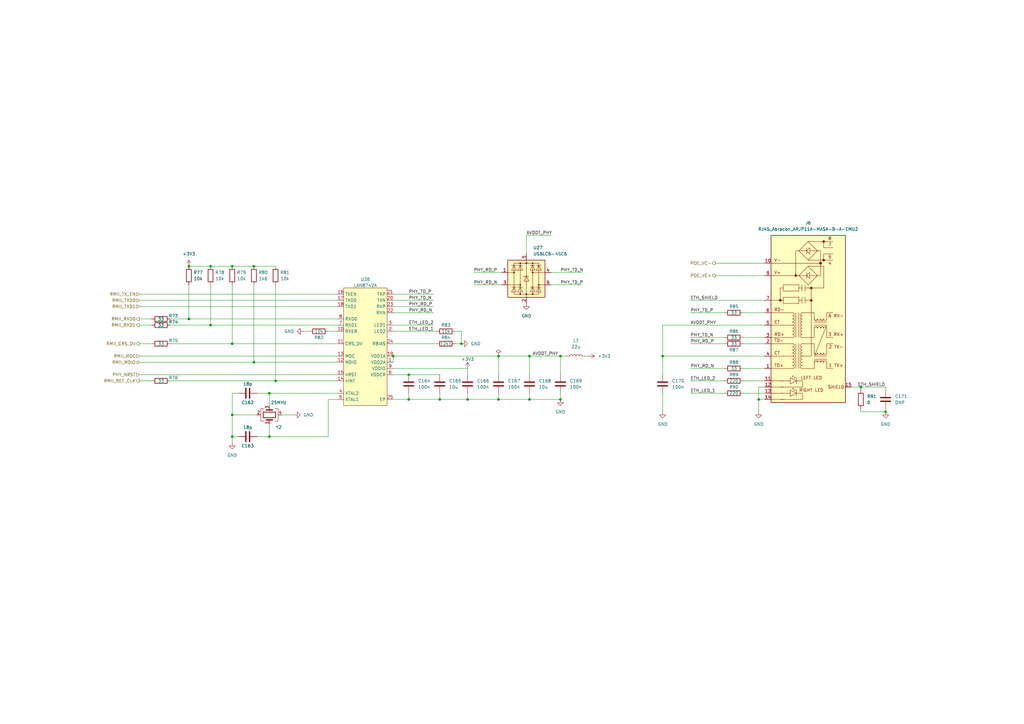
<source format=kicad_sch>
(kicad_sch (version 20211123) (generator eeschema)
  (paper "A3")
  (title_block (title "Kirdy") (date "2022-07-03") (rev "r0.1") (company "M-Labs") (comment 1 "Alex Wong Tat Hang"))
  (lib_symbols
    (symbol "Connector:RJ45_Abracon_ARJP11A-MASA-B-A-EMU2" (pin_names (offset 1.016) hide)
      (property "Reference" "J" (at 0 -38.1 0))
      (property "Value" "RJ45_Abracon_ARJP11A-MASA-B-A-EMU2" (at 0 -35.56 0))
      (symbol "RJ45_Abracon_ARJP11A-MASA-B-A-EMU2_0_0"
        (rectangle (start -15.24 -34.29) (end 15.24 34.29) (stroke (width 0.254)) (fill (type background)))
        (rectangle (start -3.81 8.89) (end -10.16 6.35))
        (polyline (pts (xy -15.24 -33.02) (xy -10.16 -33.02)))
        (polyline (pts (xy -15.24 -30.48) (xy -10.16 -30.48)))
        (polyline (pts (xy -15.24 -27.94) (xy -10.16 -27.94)))
        (polyline (pts (xy -15.24 -25.4) (xy -10.16 -25.4)))
        (polyline (pts (xy -15.24 -20.32) (xy -10.16 -20.32)))
        (polyline (pts (xy -15.24 -15.24) (xy -10.16 -15.24)))
        (polyline (pts (xy -15.24 -10.16) (xy -10.16 -10.16)))
        (polyline (pts (xy -15.24 -7.62) (xy -10.16 -7.62)))
        (polyline (pts (xy -15.24 -2.54) (xy -10.16 -2.54)))
        (polyline (pts (xy -15.24 2.54) (xy -10.16 2.54)))
        (polyline (pts (xy -15.24 22.86) (xy 5.08 22.86)))
        (polyline (pts (xy -11.43 7.62) (xy -15.24 7.62)))
        (polyline (pts (xy -11.176 -25.4) (xy -7.366 -25.4)))
        (polyline (pts (xy -10.16 7.62) (xy -11.43 7.62)))
        (polyline (pts (xy -5.08 17.78) (xy -15.24 17.78)))
        (polyline (pts (xy -5.08 17.78) (xy -3.81 17.78)))
        (polyline (pts (xy -5.08 19.05) (xy -5.08 17.78)))
        (polyline (pts (xy -3.81 7.62) (xy -2.54 7.62)))
        (polyline (pts (xy -3.81 12.7) (xy -2.54 12.7)))
        (polyline (pts (xy -2.54 8.89) (xy -2.54 6.35)))
        (polyline (pts (xy -1.27 8.89) (xy -1.27 6.35)))
        (polyline (pts (xy -1.27 13.97) (xy -1.27 11.43)))
        (polyline (pts (xy 0 21.59) (xy 6.35 21.59)))
        (polyline (pts (xy 0 24.13) (xy 10.16 24.13)))
        (polyline (pts (xy 0 31.75) (xy 10.16 31.75)))
        (polyline (pts (xy 1.27 10.16) (xy 1.27 12.7)))
        (polyline (pts (xy -10.16 12.7) (xy -11.43 12.7) (xy -11.43 7.62)))
        (polyline (pts (xy -3.81 27.94) (xy -5.08 27.94) (xy -5.08 17.78)))
        (polyline (pts (xy -1.27 12.7) (xy 0 12.7) (xy 1.27 12.7)))
        (polyline (pts (xy 1.27 12.7) (xy 6.35 12.7) (xy 6.35 21.59)))
        (polyline (pts (xy 6.35 24.13) (xy 6.35 26.67) (xy 10.16 26.67)))
        (polyline (pts (xy 6.35 31.75) (xy 6.35 29.21) (xy 10.16 29.21)))
        (polyline (pts (xy -4.826 -25.4) (xy -2.286 -25.4) (xy -2.286 -27.94) (xy -11.176 -27.94)))
        (polyline (pts (xy -2.54 -15.24) (xy -1.27 -15.24) (xy 1.27 -15.24) (xy 1.27 10.16)))
        (polyline (pts (xy 3.81 17.78) (xy 5.08 17.78) (xy 5.08 27.94) (xy 3.81 27.94)))
        (polyline (pts (xy -3.81 17.78) (xy 0 13.97) (xy 3.81 17.78) (xy 0 21.59) (xy -3.81 17.78)))
        (circle (center 1.27 7.62) (radius 0.0001) (stroke (width 0.508)))
        (text "1 TX+" (at 11.43 -19.05 0) (effects (font (size 1.27 1.27))))
        (text "2 TX-" (at 11.43 -11.43 0) (effects (font (size 1.27 1.27))))
        (text "3 RX+" (at 11.43 -6.35 0) (effects (font (size 1.27 1.27))))
        (text "4" (at 8.89 22.86 0) (effects (font (size 1.27 1.27))))
        (text "5" (at 8.89 25.4 0) (effects (font (size 1.27 1.27))))
        (text "6 RX-" (at 11.43 1.27 0) (effects (font (size 1.27 1.27))))
        (text "7" (at 8.89 30.48 0) (effects (font (size 1.27 1.27))))
        (text "8" (at 8.89 33.02 0) (effects (font (size 1.27 1.27))))
        (text "CT" (at -13.97 -1.27 0) (effects (font (size 1.27 1.27)) (justify left)))
        (text "LEFT LED" (at 1.27 -24.13 0) (effects (font (size 1.27 1.27))))
        (text "RD-" (at -13.97 3.81 0) (effects (font (size 1.27 1.27)) (justify left)))
        (text "SHIELD" (at 11.43 -27.94 0) (effects (font (size 1.27 1.27))))
        (text "V+" (at -13.97 19.05 0) (effects (font (size 1.27 1.27)) (justify left)))
        (text "V-" (at -13.97 24.13 0) (effects (font (size 1.27 1.27)) (justify left)))
      )
      (symbol "RJ45_Abracon_ARJP11A-MASA-B-A-EMU2_0_1"
        (arc (start -6.35 -16.51) (mid -5.715 -15.875) (end -6.35 -15.24))
        (arc (start -6.35 -15.24) (mid -5.715 -14.605) (end -6.35 -13.97))
        (arc (start -6.35 -13.97) (mid -6.35 -16.51) (end -6.35 -13.97))
        (arc (start -6.35 -11.43) (mid -5.715 -10.795) (end -6.35 -10.16))
        (polyline (pts (xy -6.35 -20.32) (xy -10.16 -20.32)))
        (polyline (pts (xy -6.35 -15.24) (xy -10.16 -15.24)))
        (polyline (pts (xy -6.35 -10.16) (xy -10.16 -10.16)))
        (polyline (pts (xy -6.35 -7.62) (xy -10.16 -7.62)))
        (polyline (pts (xy -6.35 -2.54) (xy -10.16 -2.54)))
        (polyline (pts (xy -6.35 2.54) (xy -10.16 2.54)))
        (polyline (pts (xy -6.096 -28.448) (xy -6.35 -28.448)))
        (polyline (pts (xy -5.334 -28.956) (xy -5.588 -28.956)))
        (polyline (pts (xy -4.826 -24.13) (xy -4.826 -26.67)))
        (polyline (pts (xy -1.27 7.62) (xy 1.27 7.62)))
        (polyline (pts (xy -0.635 17.78) (xy -3.81 17.78)))
        (polyline (pts (xy -0.635 19.05) (xy -0.635 16.51)))
        (polyline (pts (xy 0.635 17.78) (xy 3.81 17.78)))
        (polyline (pts (xy -6.604 -28.956) (xy -6.096 -28.448) (xy -6.096 -28.702)))
        (polyline (pts (xy -5.842 -29.464) (xy -5.334 -28.956) (xy -5.334 -29.21)))
        (polyline (pts (xy -7.366 -24.13) (xy -7.366 -26.67) (xy -4.826 -25.4) (xy -7.366 -24.13)))
        (polyline (pts (xy 0.635 19.05) (xy 0.635 16.51) (xy -0.635 17.78) (xy 0.635 19.05)))
      )
      (symbol "RJ45_Abracon_ARJP11A-MASA-B-A-EMU2_1_1"
        (circle (center -11.43 7.62) (radius 0.0001) (stroke (width 0.508)))
        (arc (start -6.35 -20.32) (mid -5.715 -19.685) (end -6.35 -19.05))
        (arc (start -6.35 -19.05) (mid -5.715 -18.415) (end -6.35 -17.78))
        (arc (start -6.35 -17.78) (mid -6.35 -20.32) (end -6.35 -17.78))
        (arc (start -6.35 -17.78) (mid -5.715 -17.145) (end -6.35 -16.51))
        (arc (start -6.35 -13.97) (mid -5.715 -13.335) (end -6.35 -12.7))
        (arc (start -6.35 -12.7) (mid -5.715 -12.065) (end -6.35 -11.43))
        (arc (start -6.35 -7.62) (mid -5.715 -6.985) (end -6.35 -6.35))
        (arc (start -6.35 -6.35) (mid -5.715 -5.715) (end -6.35 -5.08))
        (arc (start -6.35 -5.08) (mid -6.35 -7.62) (end -6.35 -5.08))
        (arc (start -6.35 -5.08) (mid -5.715 -4.445) (end -6.35 -3.81))
        (arc (start -6.35 -3.81) (mid -6.35 -6.35) (end -6.35 -3.81))
        (arc (start -6.35 -3.81) (mid -5.715 -3.175) (end -6.35 -2.54))
        (arc (start -6.35 -2.54) (mid -5.715 -1.905) (end -6.35 -1.27))
        (arc (start -6.35 -1.27) (mid -5.715 -0.635) (end -6.35 0))
        (arc (start -6.35 0) (mid -5.715 0.635) (end -6.35 1.27))
        (arc (start -6.35 1.27) (mid -6.35 -1.27) (end -6.35 1.27))
        (arc (start -6.35 1.27) (mid -5.715 1.905) (end -6.35 2.54))
        (circle (center -5.08 17.78) (radius 0.0001) (stroke (width 0.508)))
        (rectangle (start -3.81 13.97) (end -10.16 11.43))
        (arc (start -2.54 -19.05) (mid -3.175 -19.685) (end -2.54 -20.32))
        (arc (start -2.54 -19.05) (mid -2.54 -16.51) (end -2.54 -19.05))
        (arc (start -2.54 -17.78) (mid -3.175 -18.415) (end -2.54 -19.05))
        (arc (start -2.54 -16.51) (mid -3.175 -17.145) (end -2.54 -17.78))
        (arc (start -2.54 -15.24) (mid -3.175 -15.875) (end -2.54 -16.51))
        (arc (start -2.54 -15.24) (mid -2.54 -12.7) (end -2.54 -15.24))
        (arc (start -2.54 -13.97) (mid -3.175 -14.605) (end -2.54 -15.24))
        (arc (start -2.54 -12.7) (mid -3.175 -13.335) (end -2.54 -13.97))
        (arc (start -2.54 -11.43) (mid -3.175 -12.065) (end -2.54 -12.7))
        (arc (start -2.54 -10.16) (mid -3.175 -10.795) (end -2.54 -11.43))
        (arc (start -2.54 -6.35) (mid -3.175 -6.985) (end -2.54 -7.62))
        (arc (start -2.54 -6.35) (mid -2.54 -3.81) (end -2.54 -6.35))
        (arc (start -2.54 -5.08) (mid -3.175 -5.715) (end -2.54 -6.35))
        (arc (start -2.54 -3.81) (mid -3.175 -4.445) (end -2.54 -5.08))
        (arc (start -2.54 -3.81) (mid -2.54 -1.27) (end -2.54 -3.81))
        (arc (start -2.54 -2.54) (mid -3.175 -3.175) (end -2.54 -3.81))
        (arc (start -2.54 -1.27) (mid -3.175 -1.905) (end -2.54 -2.54))
        (arc (start -2.54 0) (mid -3.175 -0.635) (end -2.54 -1.27))
        (arc (start -2.54 0) (mid -2.54 2.54) (end -2.54 0))
        (arc (start -2.54 1.27) (mid -3.175 0.635) (end -2.54 0))
        (arc (start -2.54 2.54) (mid -3.175 1.905) (end -2.54 1.27))
        (polyline (pts (xy -11.176 -30.48) (xy -7.366 -30.48)))
        (polyline (pts (xy -6.096 -23.368) (xy -6.35 -23.368)))
        (polyline (pts (xy -5.334 -23.876) (xy -5.588 -23.876)))
        (polyline (pts (xy -5.08 -10.16) (xy -5.08 -20.32)))
        (polyline (pts (xy -5.08 2.54) (xy -5.08 -7.62)))
        (polyline (pts (xy -4.826 -29.21) (xy -4.826 -31.75)))
        (polyline (pts (xy -3.81 -20.32) (xy -3.81 -10.16)))
        (polyline (pts (xy -3.81 -7.62) (xy -3.81 2.54)))
        (polyline (pts (xy -2.54 13.97) (xy -2.54 11.43)))
        (polyline (pts (xy -0.635 27.94) (xy -3.81 27.94)))
        (polyline (pts (xy -0.635 29.21) (xy -0.635 26.67)))
        (polyline (pts (xy 0.635 27.94) (xy 3.81 27.94)))
        (polyline (pts (xy 2.54 -16.51) (xy 7.62 -16.51)))
        (polyline (pts (xy 2.54 -15.24) (xy 7.62 -2.54)))
        (polyline (pts (xy 2.54 -2.54) (xy 7.62 -2.54)))
        (polyline (pts (xy 7.62 -15.24) (xy 2.54 -15.24)))
        (polyline (pts (xy 7.62 -1.27) (xy 2.54 -1.27)))
        (polyline (pts (xy -6.604 -23.876) (xy -6.096 -23.368) (xy -6.096 -23.622)))
        (polyline (pts (xy -5.842 -24.384) (xy -5.334 -23.876) (xy -5.334 -24.13)))
        (polyline (pts (xy -2.54 -10.16) (xy 2.54 -10.16) (xy 2.54 -13.97)))
        (polyline (pts (xy -2.54 -7.62) (xy 2.54 -7.62) (xy 2.54 -3.81)))
        (polyline (pts (xy -2.54 2.54) (xy 2.54 2.54) (xy 2.54 0)))
        (polyline (pts (xy 2.54 -17.78) (xy 2.54 -20.32) (xy -2.54 -20.32)))
        (polyline (pts (xy 7.62 -17.78) (xy 7.62 -20.32) (xy 10.16 -20.32)))
        (polyline (pts (xy 7.62 -13.97) (xy 7.62 -10.16) (xy 10.16 -10.16)))
        (polyline (pts (xy 7.62 -3.81) (xy 7.62 -7.62) (xy 10.16 -7.62)))
        (polyline (pts (xy 7.62 0) (xy 7.62 2.54) (xy 10.16 2.54)))
        (polyline (pts (xy -7.366 -29.21) (xy -7.366 -31.75) (xy -4.826 -30.48) (xy -7.366 -29.21)))
        (polyline (pts (xy -4.826 -30.48) (xy -2.286 -30.48) (xy -2.286 -33.02) (xy -11.176 -33.02)))
        (polyline (pts (xy 0.635 29.21) (xy 0.635 26.67) (xy -0.635 27.94) (xy 0.635 29.21)))
        (polyline (pts (xy -3.81 27.94) (xy 0 24.13) (xy 3.81 27.94) (xy 0 31.75) (xy -3.81 27.94)))
        (circle (center 1.27 12.7) (radius 0.0001) (stroke (width 0.508)))
        (arc (start 2.54 -17.78) (mid 5.08 -17.78) (end 2.54 -17.78))
        (arc (start 2.54 -13.97) (mid 3.175 -14.605) (end 3.81 -13.97))
        (arc (start 2.54 -13.97) (mid 3.175 -14.605) (end 3.81 -13.97))
        (arc (start 2.54 -3.81) (mid 5.08 -3.81) (end 2.54 -3.81))
        (arc (start 2.54 0) (mid 3.175 -0.635) (end 3.81 0))
        (arc (start 2.54 0) (mid 3.175 -0.635) (end 3.81 0))
        (arc (start 3.81 -17.78) (mid 3.175 -17.145) (end 2.54 -17.78))
        (arc (start 3.81 -17.78) (mid 3.175 -17.145) (end 2.54 -17.78))
        (arc (start 3.81 -13.97) (mid 1.27 -13.97) (end 3.81 -13.97))
        (arc (start 3.81 -13.97) (mid 4.445 -14.605) (end 5.08 -13.97))
        (arc (start 3.81 -3.81) (mid 3.175 -3.175) (end 2.54 -3.81))
        (arc (start 3.81 -3.81) (mid 3.175 -3.175) (end 2.54 -3.81))
        (arc (start 3.81 0) (mid 1.27 0) (end 3.81 0))
        (arc (start 3.81 0) (mid 4.445 -0.635) (end 5.08 0))
        (arc (start 5.08 -17.78) (mid 4.445 -17.145) (end 3.81 -17.78))
        (arc (start 5.08 -17.78) (mid 7.62 -17.78) (end 5.08 -17.78))
        (arc (start 5.08 -13.97) (mid 5.715 -14.605) (end 6.35 -13.97))
        (arc (start 5.08 -13.97) (mid 5.715 -14.605) (end 6.35 -13.97))
        (arc (start 5.08 -3.81) (mid 4.445 -3.175) (end 3.81 -3.81))
        (arc (start 5.08 -3.81) (mid 7.62 -3.81) (end 5.08 -3.81))
        (arc (start 5.08 0) (mid 5.715 -0.635) (end 6.35 0))
        (arc (start 5.08 0) (mid 5.715 -0.635) (end 6.35 0))
        (circle (center 5.08 22.86) (radius 0.0001) (stroke (width 0.508)))
        (circle (center 5.08 22.86) (radius 0.0001) (stroke (width 0.508)))
        (arc (start 6.35 -17.78) (mid 5.715 -17.145) (end 5.08 -17.78))
        (arc (start 6.35 -17.78) (mid 5.715 -17.145) (end 5.08 -17.78))
        (arc (start 6.35 -13.97) (mid 3.81 -13.97) (end 6.35 -13.97))
        (arc (start 6.35 -13.97) (mid 6.985 -14.605) (end 7.62 -13.97))
        (arc (start 6.35 -3.81) (mid 5.715 -3.175) (end 5.08 -3.81))
        (arc (start 6.35 -3.81) (mid 5.715 -3.175) (end 5.08 -3.81))
        (arc (start 6.35 0) (mid 3.81 0) (end 6.35 0))
        (arc (start 6.35 0) (mid 6.985 -0.635) (end 7.62 0))
        (circle (center 6.35 24.13) (radius 0.0001) (stroke (width 0.508)))
        (circle (center 6.35 31.75) (radius 0.0001) (stroke (width 0.508)))
        (arc (start 7.62 -17.78) (mid 6.985 -17.145) (end 6.35 -17.78))
        (arc (start 7.62 -3.81) (mid 6.985 -3.175) (end 6.35 -3.81))
        (text "CT" (at -13.97 -13.97 0) (effects (font (size 1.27 1.27)) (justify left)))
        (text "RD+" (at -13.97 -6.35 0) (effects (font (size 1.27 1.27)) (justify left)))
        (text "RIGHT LED" (at 1.27 -29.21 0) (effects (font (size 1.27 1.27))))
        (text "TD+" (at -13.97 -19.05 0) (effects (font (size 1.27 1.27)) (justify left)))
        (text "TD-" (at -13.97 -8.89 0) (effects (font (size 1.27 1.27)) (justify left)))
        (pin passive line (at -17.78 -20.32 0) (length 2.54) (name "TD+") (number "1"))
        (pin power_out line (at -17.78 22.86 0) (length 2.54) (name "V-") (number "10"))
        (pin passive line (at -17.78 -25.4 0) (length 2.54) (name "LLED+") (number "11"))
        (pin passive line (at -17.78 -27.94 0) (length 2.54) (name "LLED-") (number "12"))
        (pin passive line (at -17.78 -30.48 0) (length 2.54) (name "RLED+") (number "13"))
        (pin passive line (at -17.78 -33.02 0) (length 2.54) (name "RLED-") (number "14"))
        (pin passive line (at 17.78 -27.94 180) (length 2.54) (name "SHIELD") (number "15"))
        (pin passive line (at -17.78 -10.16 0) (length 2.54) (name "TD-") (number "2"))
        (pin passive line (at -17.78 -7.62 0) (length 2.54) (name "RD+") (number "3"))
        (pin passive line (at -17.78 -15.24 0) (length 2.54) (name "CT") (number "4"))
        (pin passive line (at -17.78 -2.54 0) (length 2.54) (name "CT") (number "5"))
        (pin passive line (at -17.78 2.54 0) (length 2.54) (name "RD-") (number "6"))
        (pin passive line (at -17.78 7.62 0) (length 2.54) (name "7") (number "7"))
        (pin power_out line (at -17.78 17.78 0) (length 2.54) (name "V+") (number "9"))
      )
    )
    (symbol "Device:C" (pin_numbers hide) (pin_names (offset 0.254))
      (property "Reference" "C" (at 0.635 2.54 0))
      (property "Value" "C" (at 0.635 -2.54 0))
      (symbol "C_0_1"
        (polyline (pts (xy -2.032 -0.762) (xy 2.032 -0.762)) (stroke (width 0.508)))
        (polyline (pts (xy -2.032 0.762) (xy 2.032 0.762)) (stroke (width 0.508)))
      )
      (symbol "C_1_1"
        (pin passive line (at 0 3.81 270) (length 2.794) (name "~") (number "1"))
        (pin passive line (at 0 -3.81 90) (length 2.794) (name "~") (number "2"))
      )
    )
    (symbol "Device:Crystal_GND24" (pin_names (offset 1.016) hide)
      (property "Reference" "Y" (at 3.175 5.08 0))
      (property "Value" "Crystal_GND24" (at 3.175 3.175 0))
      (symbol "Crystal_GND24_0_1"
        (rectangle (start -1.143 2.54) (end 1.143 -2.54) (stroke (width 0.3048)))
        (polyline (pts (xy -2.54 0) (xy -2.032 0)))
        (polyline (pts (xy -2.032 -1.27) (xy -2.032 1.27)) (stroke (width 0.508)))
        (polyline (pts (xy 0 -3.81) (xy 0 -3.556)))
        (polyline (pts (xy 0 3.556) (xy 0 3.81)))
        (polyline (pts (xy 2.032 -1.27) (xy 2.032 1.27)) (stroke (width 0.508)))
        (polyline (pts (xy 2.032 0) (xy 2.54 0)))
        (polyline (pts (xy -2.54 -2.286) (xy -2.54 -3.556) (xy 2.54 -3.556) (xy 2.54 -2.286)))
        (polyline (pts (xy -2.54 2.286) (xy -2.54 3.556) (xy 2.54 3.556) (xy 2.54 2.286)))
      )
      (symbol "Crystal_GND24_1_1"
        (pin passive line (at -3.81 0 0) (length 1.27) (name "1") (number "1"))
        (pin passive line (at 0 5.08 270) (length 1.27) (name "2") (number "2"))
        (pin passive line (at 3.81 0 180) (length 1.27) (name "3") (number "3"))
        (pin passive line (at 0 -5.08 90) (length 1.27) (name "4") (number "4"))
      )
    )
    (symbol "Device:L" (pin_numbers hide) (pin_names (offset 1.016) hide)
      (property "Reference" "L" (at -1.27 0 90))
      (property "Value" "L" (at 1.905 0 90))
      (symbol "L_0_1"
        (arc (start 0 -2.54) (mid 0.635 -1.905) (end 0 -1.27))
        (arc (start 0 -1.27) (mid 0.635 -0.635) (end 0 0))
        (arc (start 0 0) (mid 0.635 0.635) (end 0 1.27))
        (arc (start 0 1.27) (mid 0.635 1.905) (end 0 2.54))
      )
      (symbol "L_1_1"
        (pin passive line (at 0 3.81 270) (length 1.27) (name "1") (number "1"))
        (pin passive line (at 0 -3.81 90) (length 1.27) (name "2") (number "2"))
      )
    )
    (symbol "Device:R" (pin_numbers hide) (pin_names (offset 0))
      (property "Reference" "R" (at 2.032 0 90))
      (property "Value" "R" (at 0 0 90))
      (symbol "R_0_1"
        (rectangle (start -1.016 -2.54) (end 1.016 2.54) (stroke (width 0.254)))
      )
      (symbol "R_1_1"
        (pin passive line (at 0 3.81 270) (length 1.27) (name "~") (number "1"))
        (pin passive line (at 0 -3.81 90) (length 1.27) (name "~") (number "2"))
      )
    )
    (symbol "Power_Protection:USBLC6-4SC6" (pin_names hide)
      (property "Reference" "U" (at 2.54 8.89 0))
      (property "Value" "USBLC6-4SC6" (at 2.54 -8.89 0))
      (symbol "USBLC6-4SC6_0_1"
        (rectangle (start -7.62 -7.62) (end 7.62 7.62) (stroke (width 0.254)) (fill (type background)))
        (circle (center -5.08 2.54) (radius 0.254) (fill (type outline)))
        (circle (center -2.54 -6.35) (radius 0.254) (fill (type outline)))
        (circle (center -2.54 -2.54) (radius 0.254) (fill (type outline)))
        (circle (center -2.54 6.35) (radius 0.254) (fill (type outline)))
        (rectangle (start -2.54 6.35) (end 2.54 -6.35))
        (circle (center 0 -6.35) (radius 0.254) (fill (type outline)))
        (polyline (pts (xy -5.08 2.54) (xy -7.62 2.54)))
        (polyline (pts (xy -4.064 -3.429) (xy -6.096 -3.429)))
        (polyline (pts (xy -4.064 5.461) (xy -6.096 5.461)))
        (polyline (pts (xy -2.54 -2.54) (xy -7.62 -2.54)))
        (polyline (pts (xy -1.524 -3.429) (xy -3.556 -3.429)))
        (polyline (pts (xy -1.524 5.461) (xy -3.556 5.461)))
        (polyline (pts (xy 0 -7.62) (xy 0 -6.35)))
        (polyline (pts (xy 0 -6.35) (xy 0 1.27)))
        (polyline (pts (xy 0 1.27) (xy 0 6.35)))
        (polyline (pts (xy 0 6.35) (xy 0 7.62)))
        (polyline (pts (xy 1.524 -3.429) (xy 3.556 -3.429)))
        (polyline (pts (xy 1.524 5.461) (xy 3.556 5.461)))
        (polyline (pts (xy 2.54 2.54) (xy 7.62 2.54)))
        (polyline (pts (xy 4.064 -3.429) (xy 6.096 -3.429)))
        (polyline (pts (xy 4.064 5.461) (xy 6.096 5.461)))
        (polyline (pts (xy 5.08 -2.54) (xy 7.62 -2.54)))
        (polyline (pts (xy -6.096 -5.461) (xy -4.064 -5.461) (xy -5.08 -3.429) (xy -6.096 -5.461)))
        (polyline (pts (xy -6.096 3.429) (xy -4.064 3.429) (xy -5.08 5.461) (xy -6.096 3.429)))
        (polyline (pts (xy -3.556 -5.461) (xy -1.524 -5.461) (xy -2.54 -3.429) (xy -3.556 -5.461)))
        (polyline (pts (xy -3.556 3.429) (xy -1.524 3.429) (xy -2.54 5.461) (xy -3.556 3.429)))
        (polyline (pts (xy -2.54 6.35) (xy -5.08 6.35) (xy -5.08 -6.35) (xy -2.54 -6.35)))
        (polyline (pts (xy -1.016 -1.016) (xy 1.016 -1.016) (xy 0 1.016) (xy -1.016 -1.016)))
        (polyline (pts (xy 1.016 1.016) (xy 0.762 1.016) (xy -1.016 1.016) (xy -1.016 0.508)))
        (polyline (pts (xy 2.54 6.35) (xy 5.08 6.35) (xy 5.08 -6.35) (xy 2.54 -6.35)))
        (polyline (pts (xy 3.556 -5.461) (xy 1.524 -5.461) (xy 2.54 -3.429) (xy 3.556 -5.461)))
        (polyline (pts (xy 3.556 3.429) (xy 1.524 3.429) (xy 2.54 5.461) (xy 3.556 3.429)))
        (polyline (pts (xy 6.096 -5.461) (xy 4.064 -5.461) (xy 5.08 -3.429) (xy 6.096 -5.461)))
        (polyline (pts (xy 6.096 3.429) (xy 4.064 3.429) (xy 5.08 5.461) (xy 6.096 3.429)))
        (circle (center 0 6.35) (radius 0.254) (fill (type outline)))
        (circle (center 2.54 -6.35) (radius 0.254) (fill (type outline)))
        (circle (center 2.54 2.54) (radius 0.254) (fill (type outline)))
        (circle (center 2.54 6.35) (radius 0.254) (fill (type outline)))
        (circle (center 5.08 -2.54) (radius 0.254) (fill (type outline)))
      )
      (symbol "USBLC6-4SC6_1_1"
        (pin passive line (at -10.16 2.54 0) (length 2.54) (name "I/O1") (number "1"))
        (pin passive line (at 0 -10.16 90) (length 2.54) (name "GND") (number "2"))
        (pin passive line (at -10.16 -2.54 0) (length 2.54) (name "I/O2") (number "3"))
        (pin passive line (at 10.16 2.54 180) (length 2.54) (name "I/O3") (number "4"))
        (pin passive line (at 0 10.16 270) (length 2.54) (name "VBUS") (number "5"))
        (pin passive line (at 10.16 -2.54 180) (length 2.54) (name "I/O4") (number "6"))
      )
    )
    (symbol "kirdy:LAN8742A"
      (property "Reference" "U" (at 0 -30.48 0))
      (property "Value" "LAN8742A" (at 0 -27.94 0))
      (symbol "LAN8742A_0_0"
        (pin power_in line (at 10.16 -7.62 180) (length 2.54) (name "VDD2A") (number "1"))
        (pin bidirectional line (at -12.7 5.08 0) (length 2.54) (name "RXER") (number "10"))
        (pin output line (at -12.7 0 0) (length 2.54) (name "CRS_DV") (number "11"))
        (pin bidirectional line (at -12.7 -7.62 0) (length 2.54) (name "MDIO") (number "12"))
        (pin input line (at -12.7 -5.08 0) (length 2.54) (name "MDC") (number "13"))
        (pin output line (at -12.7 -15.24 0) (length 2.54) (name "nINT") (number "14"))
        (pin input line (at -12.7 -12.7 0) (length 2.54) (name "nRST") (number "15"))
        (pin input line (at -12.7 20.32 0) (length 2.54) (name "TXEN") (number "16"))
        (pin input line (at -12.7 17.78 0) (length 2.54) (name "TXD0") (number "17"))
        (pin input line (at -12.7 15.24 0) (length 2.54) (name "TXD1") (number "18"))
        (pin power_in line (at 10.16 -5.08 180) (length 2.54) (name "VDD1A") (number "19"))
        (pin output line (at 10.16 5.08 180) (length 2.54) (name "LED2") (number "2"))
        (pin bidirectional line (at 10.16 17.78 180) (length 2.54) (name "TXN") (number "20"))
        (pin bidirectional line (at 10.16 20.32 180) (length 2.54) (name "TXP") (number "21"))
        (pin bidirectional line (at 10.16 12.7 180) (length 2.54) (name "RXN") (number "22"))
        (pin bidirectional line (at 10.16 15.24 180) (length 2.54) (name "RXP") (number "23"))
        (pin passive line (at 10.16 0 180) (length 2.54) (name "RBIAS") (number "24"))
        (pin power_in line (at 10.16 -22.86 180) (length 2.54) (name "EP") (number "25"))
        (pin output line (at 10.16 7.62 180) (length 2.54) (name "LED1") (number "3"))
        (pin input line (at -12.7 -20.32 0) (length 2.54) (name "XTAL2") (number "4"))
        (pin input line (at -12.7 -22.86 0) (length 2.54) (name "XTAL1") (number "5"))
        (pin passive line (at 10.16 -12.7 180) (length 2.54) (name "VDDCR") (number "6"))
        (pin output line (at -12.7 7.62 0) (length 2.54) (name "RXD1") (number "7"))
        (pin output line (at -12.7 10.16 0) (length 2.54) (name "RXD0") (number "8"))
        (pin power_in line (at 10.16 -10.16 180) (length 2.54) (name "VDDIO") (number "9"))
      )
      (symbol "LAN8742A_0_1"
        (rectangle (start -10.16 22.86) (end 7.62 -25.4) (fill (type background)))
      )
    )
    (symbol "power:+3V3" (power) (pin_names (offset 0))
      (property "Value" "+3V3" (at 0 3.556 0))
      (symbol "+3V3_0_1"
        (polyline (pts (xy -0.762 1.27) (xy 0 2.54)))
        (polyline (pts (xy 0 0) (xy 0 2.54)))
        (polyline (pts (xy 0 2.54) (xy 0.762 1.27)))
      )
      (symbol "+3V3_1_1"
        (pin power_in line (at 0 0 90) (length 0) hide (name "+3V3") (number "1"))
      )
    )
    (symbol "power:GND" (power) (pin_names (offset 0))
      (property "Value" "GND" (at 0 -3.81 0))
      (symbol "GND_0_1"
        (polyline (pts (xy 0 0) (xy 0 -1.27) (xy 1.27 -1.27) (xy 0 -2.54) (xy -1.27 -1.27) (xy 0 -1.27)))
      )
      (symbol "GND_1_1"
        (pin power_in line (at 0 0 270) (length 0) hide (name "GND") (number "1"))
      )
    )
    (symbol "power:PWR_FLAG" (power) (pin_numbers hide) (pin_names (offset 0) hide)
      (property "Value" "PWR_FLAG" (at 0 3.81 0))
      (symbol "PWR_FLAG_0_0"
        (pin power_out line (at 0 0 90) (length 0) (name "pwr") (number "1"))
      )
      (symbol "PWR_FLAG_0_1"
        (polyline (pts (xy 0 0) (xy 0 1.27) (xy -1.016 1.905) (xy 0 2.54) (xy 1.016 1.905) (xy 0 1.27)))
      )
    )
  )
  (junction (at 191.77 163.83))
  (junction (at 95.25 179.07))
  (junction (at 363.22 168.91))
  (junction (at 229.87 146.05))
  (junction (at 77.47 130.81))
  (junction (at 311.15 163.83))
  (junction (at 104.14 109.22))
  (junction (at 204.47 146.05))
  (junction (at 104.14 148.59))
  (junction (at 180.34 163.83))
  (junction (at 217.17 146.05))
  (junction (at 95.25 109.22))
  (junction (at 77.47 109.22))
  (junction (at 86.36 133.35))
  (junction (at 113.03 156.21))
  (junction (at 271.78 146.05))
  (junction (at 353.06 158.75))
  (junction (at 189.23 140.97))
  (junction (at 204.47 163.83))
  (junction (at 167.64 163.83))
  (junction (at 95.25 170.18))
  (junction (at 229.87 163.83))
  (junction (at 110.49 179.07))
  (junction (at 167.64 153.67))
  (junction (at 95.25 140.97))
  (junction (at 217.17 163.83))
  (junction (at 86.36 109.22))
  (junction (at 110.49 161.29))
  (junction (at 161.29 146.05))
  (wire (pts (xy 95.25 109.22) (xy 104.14 109.22)))
  (wire (pts (xy 57.15 148.59) (xy 104.14 148.59)))
  (wire (pts (xy 180.34 161.29) (xy 180.34 163.83)))
  (wire (pts (xy 283.21 138.43) (xy 297.18 138.43)))
  (wire (pts (xy 304.8 138.43) (xy 313.69 138.43)))
  (wire (pts (xy 353.06 158.75) (xy 353.06 160.02)))
  (wire (pts (xy 204.47 161.29) (xy 204.47 163.83)))
  (wire (pts (xy 161.29 140.97) (xy 179.07 140.97)))
  (wire (pts (xy 189.23 135.89) (xy 189.23 140.97)))
  (wire (pts (xy 161.29 128.27) (xy 177.8 128.27)))
  (wire (pts (xy 57.15 130.81) (xy 62.23 130.81)))
  (wire (pts (xy 204.47 163.83) (xy 217.17 163.83)))
  (wire (pts (xy 349.25 158.75) (xy 353.06 158.75)))
  (wire (pts (xy 77.47 116.84) (xy 77.47 130.81)))
  (wire (pts (xy 57.15 133.35) (xy 62.23 133.35)))
  (wire (pts (xy 194.31 116.84) (xy 205.74 116.84)))
  (wire (pts (xy 271.78 146.05) (xy 313.69 146.05)))
  (wire (pts (xy 95.25 116.84) (xy 95.25 140.97)))
  (wire (pts (xy 311.15 158.75) (xy 311.15 163.83)))
  (wire (pts (xy 283.21 161.29) (xy 297.18 161.29)))
  (wire (pts (xy 95.25 170.18) (xy 105.41 170.18)))
  (wire (pts (xy 134.62 163.83) (xy 138.43 163.83)))
  (wire (pts (xy 271.78 168.91) (xy 271.78 161.29)))
  (wire (pts (xy 105.41 179.07) (xy 110.49 179.07)))
  (wire (pts (xy 95.25 170.18) (xy 95.25 161.29)))
  (wire (pts (xy 353.06 168.91) (xy 363.22 168.91)))
  (wire (pts (xy 194.31 111.76) (xy 205.74 111.76)))
  (wire (pts (xy 167.64 153.67) (xy 180.34 153.67)))
  (wire (pts (xy 110.49 161.29) (xy 138.43 161.29)))
  (wire (pts (xy 304.8 156.21) (xy 313.69 156.21)))
  (wire (pts (xy 113.03 156.21) (xy 138.43 156.21)))
  (wire (pts (xy 161.29 146.05) (xy 161.29 148.59)))
  (wire (pts (xy 115.57 170.18) (xy 120.65 170.18)))
  (wire (pts (xy 229.87 146.05) (xy 229.87 153.67)))
  (wire (pts (xy 293.37 113.03) (xy 313.69 113.03)))
  (wire (pts (xy 167.64 163.83) (xy 180.34 163.83)))
  (wire (pts (xy 191.77 163.83) (xy 204.47 163.83)))
  (wire (pts (xy 86.36 133.35) (xy 138.43 133.35)))
  (wire (pts (xy 217.17 161.29) (xy 217.17 163.83)))
  (wire (pts (xy 57.15 156.21) (xy 62.23 156.21)))
  (wire (pts (xy 69.85 140.97) (xy 95.25 140.97)))
  (wire (pts (xy 186.69 140.97) (xy 189.23 140.97)))
  (wire (pts (xy 95.25 181.61) (xy 95.25 179.07)))
  (wire (pts (xy 229.87 163.83) (xy 229.87 161.29)))
  (wire (pts (xy 283.21 156.21) (xy 297.18 156.21)))
  (wire (pts (xy 161.29 120.65) (xy 177.8 120.65)))
  (wire (pts (xy 57.15 146.05) (xy 138.43 146.05)))
  (wire (pts (xy 191.77 161.29) (xy 191.77 163.83)))
  (wire (pts (xy 217.17 146.05) (xy 229.87 146.05)))
  (wire (pts (xy 161.29 146.05) (xy 204.47 146.05)))
  (wire (pts (xy 271.78 146.05) (xy 271.78 153.67)))
  (wire (pts (xy 113.03 116.84) (xy 113.03 156.21)))
  (wire (pts (xy 57.15 140.97) (xy 62.23 140.97)))
  (wire (pts (xy 161.29 153.67) (xy 167.64 153.67)))
  (wire (pts (xy 57.15 153.67) (xy 138.43 153.67)))
  (wire (pts (xy 215.9 96.52) (xy 226.06 96.52)))
  (wire (pts (xy 313.69 133.35) (xy 271.78 133.35)))
  (wire (pts (xy 57.15 120.65) (xy 138.43 120.65)))
  (wire (pts (xy 161.29 163.83) (xy 167.64 163.83)))
  (wire (pts (xy 134.62 135.89) (xy 138.43 135.89)))
  (wire (pts (xy 161.29 135.89) (xy 179.07 135.89)))
  (wire (pts (xy 95.25 179.07) (xy 97.79 179.07)))
  (wire (pts (xy 186.69 135.89) (xy 189.23 135.89)))
  (wire (pts (xy 226.06 111.76) (xy 238.76 111.76)))
  (wire (pts (xy 304.8 128.27) (xy 313.69 128.27)))
  (wire (pts (xy 86.36 109.22) (xy 95.25 109.22)))
  (wire (pts (xy 226.06 116.84) (xy 238.76 116.84)))
  (wire (pts (xy 240.03 146.05) (xy 241.3 146.05)))
  (wire (pts (xy 95.25 161.29) (xy 97.79 161.29)))
  (wire (pts (xy 283.21 123.19) (xy 313.69 123.19)))
  (wire (pts (xy 311.15 168.91) (xy 311.15 163.83)))
  (wire (pts (xy 77.47 130.81) (xy 138.43 130.81)))
  (wire (pts (xy 110.49 179.07) (xy 134.62 179.07)))
  (wire (pts (xy 86.36 116.84) (xy 86.36 133.35)))
  (wire (pts (xy 283.21 128.27) (xy 297.18 128.27)))
  (wire (pts (xy 95.25 179.07) (xy 95.25 170.18)))
  (wire (pts (xy 304.8 161.29) (xy 313.69 161.29)))
  (wire (pts (xy 363.22 158.75) (xy 363.22 160.02)))
  (wire (pts (xy 161.29 151.13) (xy 191.77 151.13)))
  (wire (pts (xy 363.22 167.64) (xy 363.22 168.91)))
  (wire (pts (xy 104.14 148.59) (xy 138.43 148.59)))
  (wire (pts (xy 110.49 166.37) (xy 110.49 161.29)))
  (wire (pts (xy 95.25 140.97) (xy 138.43 140.97)))
  (wire (pts (xy 204.47 146.05) (xy 204.47 153.67)))
  (wire (pts (xy 57.15 125.73) (xy 138.43 125.73)))
  (wire (pts (xy 217.17 146.05) (xy 217.17 153.67)))
  (wire (pts (xy 104.14 109.22) (xy 113.03 109.22)))
  (wire (pts (xy 110.49 173.99) (xy 110.49 179.07)))
  (wire (pts (xy 304.8 140.97) (xy 313.69 140.97)))
  (wire (pts (xy 134.62 179.07) (xy 134.62 163.83)))
  (wire (pts (xy 161.29 133.35) (xy 177.8 133.35)))
  (wire (pts (xy 69.85 130.81) (xy 77.47 130.81)))
  (wire (pts (xy 283.21 140.97) (xy 297.18 140.97)))
  (wire (pts (xy 69.85 133.35) (xy 86.36 133.35)))
  (wire (pts (xy 180.34 163.83) (xy 191.77 163.83)))
  (wire (pts (xy 161.29 123.19) (xy 177.8 123.19)))
  (wire (pts (xy 204.47 146.05) (xy 217.17 146.05)))
  (wire (pts (xy 311.15 163.83) (xy 313.69 163.83)))
  (wire (pts (xy 161.29 125.73) (xy 177.8 125.73)))
  (wire (pts (xy 304.8 151.13) (xy 313.69 151.13)))
  (wire (pts (xy 69.85 156.21) (xy 113.03 156.21)))
  (wire (pts (xy 105.41 161.29) (xy 110.49 161.29)))
  (wire (pts (xy 293.37 107.95) (xy 313.69 107.95)))
  (wire (pts (xy 215.9 96.52) (xy 215.9 104.14)))
  (wire (pts (xy 271.78 133.35) (xy 271.78 146.05)))
  (wire (pts (xy 217.17 163.83) (xy 229.87 163.83)))
  (wire (pts (xy 313.69 158.75) (xy 311.15 158.75)))
  (wire (pts (xy 353.06 158.75) (xy 363.22 158.75)))
  (wire (pts (xy 353.06 167.64) (xy 353.06 168.91)))
  (wire (pts (xy 77.47 109.22) (xy 86.36 109.22)))
  (wire (pts (xy 229.87 146.05) (xy 232.41 146.05)))
  (wire (pts (xy 283.21 151.13) (xy 297.18 151.13)))
  (wire (pts (xy 104.14 116.84) (xy 104.14 148.59)))
  (wire (pts (xy 191.77 151.13) (xy 191.77 153.67)))
  (wire (pts (xy 167.64 161.29) (xy 167.64 163.83)))
  (wire (pts (xy 124.46 135.89) (xy 127 135.89)))
  (wire (pts (xy 57.15 123.19) (xy 138.43 123.19)))
  (label "PHY_TD_P" (at 167.64 120.65 0))
  (label "PHY_TD_P" (at 283.21 128.27 0))
  (label "PHY_RD_N" (at 283.21 151.13 0))
  (label "AVDDT_PHY" (at 215.9 96.52 0))
  (label "PHY_RD_P" (at 283.21 140.97 0))
  (label "ETH_SHIELD" (at 283.21 123.19 0))
  (label "ETH_LED_1" (at 283.21 161.29 0))
  (label "PHY_TD_N" (at 167.64 123.19 0))
  (label "PHY_RD_P" (at 167.64 125.73 0))
  (label "PHY_TD_N" (at 229.87 111.76 0))
  (label "PHY_TD_N" (at 283.21 138.43 0))
  (label "PHY_RD_N" (at 167.64 128.27 0))
  (label "ETH_LED_2" (at 167.64 133.35 0))
  (label "PHY_RD_P" (at 194.31 111.76 0))
  (label "AVDDT_PHY" (at 283.21 133.35 0))
  (label "AVDDT_PHY" (at 218.44 146.05 0))
  (label "ETH_LED_2" (at 283.21 156.21 0))
  (label "PHY_RD_N" (at 194.31 116.84 0))
  (label "ETH_LED_1" (at 167.64 135.89 0))
  (label "PHY_TD_P" (at 229.87 116.84 0))
  (label "ETH_SHIELD" (at 351.79 158.75 0))
  (hierarchical_label "RMII_MDC" (shape input) (at 57.15 146.05 180))
  (hierarchical_label "RMII_TXD1" (shape input) (at 57.15 125.73 180))
  (hierarchical_label "RMII_RXD1" (shape output) (at 57.15 133.35 180))
  (hierarchical_label "RMII_RXD0" (shape output) (at 57.15 130.81 180))
  (hierarchical_label "RMII_CRS_DV" (shape output) (at 57.15 140.97 180))
  (hierarchical_label "RMII_MDIO" (shape bidirectional) (at 57.15 148.59 180))
  (hierarchical_label "RMII_REF_CLK" (shape output) (at 57.15 156.21 180))
  (hierarchical_label "POE_VC-" (shape output) (at 293.37 107.95 180))
  (hierarchical_label "RMII_TX_EN" (shape input) (at 57.15 120.65 180))
  (hierarchical_label "PHY_NRST" (shape input) (at 57.15 153.67 180))
  (hierarchical_label "POE_VC+" (shape output) (at 293.37 113.03 180))
  (hierarchical_label "RMII_TXD0" (shape input) (at 57.15 123.19 180))
  (symbol (lib_id "Device:C") (at 167.64 157.48 0) (unit 1)
    (property "Reference" "C164" (at 171.45 156.2099 0) (effects (justify left)))
    (property "Value" "100n" (at 171.45 158.7499 0) (effects (justify left)))
    (property "Footprint" "Capacitor_SMD:C_0603_1608Metric" (effects hide))
    (property "MFR_PN" "CL10B104KB8NNWC" (effects hide))
    (property "MFR_PN_ALT" "CL10B104KB8NNNL" (effects hide))
  )
  (symbol (lib_id "Device:C") (at 180.34 157.48 0) (unit 1)
    (property "Reference" "C165" (at 184.15 156.2099 0) (effects (justify left)))
    (property "Value" "10u" (at 184.15 158.7499 0) (effects (justify left)))
    (property "Footprint" "Capacitor_SMD:C_0805_2012Metric" (effects hide))
    (property "MFR_PN" "CL21B106KOQNNNG" (effects hide))
    (property "MFR_PN_ALT" "CL21B106KOQNNNE" (effects hide))
  )
  (symbol (lib_id "Device:C") (at 204.47 157.48 0) (unit 1)
    (property "Reference" "C167" (at 208.28 156.2099 0) (effects (justify left)))
    (property "Value" "100n" (at 208.28 158.7499 0) (effects (justify left)))
    (property "Footprint" "Capacitor_SMD:C_0603_1608Metric" (effects hide))
    (property "MFR_PN" "CL10B104KB8NNWC" (effects hide))
    (property "MFR_PN_ALT" "CL10B104KB8NNNL" (effects hide))
  )
  (symbol (lib_id "power:GND") (at 95.25 181.61 0) (unit 1)
    (property "Reference" "#PWR0142" (effects hide))
    (property "Value" "GND" (at 95.25 186.69 0))
  )
  (symbol (lib_id "Device:R") (at 113.03 113.03 180) (unit 1)
    (property "Reference" "R81" (at 116.84 111.76 0))
    (property "Value" "10k" (at 116.84 114.3 0))
    (property "Footprint" "Resistor_SMD:R_0603_1608Metric" (effects hide))
    (property "MFR_PN" "RNCP0603FTD10K0" (effects hide))
    (property "MFR_PN_ALT" "RMCF0603FT10K0" (effects hide))
  )
  (symbol (lib_id "Device:R") (at 182.88 140.97 90) (unit 1)
    (property "Reference" "R84" (at 182.88 138.43 90))
    (property "Value" "12k1" (at 182.88 140.97 90))
    (property "Footprint" "Resistor_SMD:R_0603_1608Metric" (effects hide))
    (property "MFR_PN" "RNCP0603FTD12K1" (effects hide))
    (property "MFR_PN_ALT" "CR0603-FX-1212ELF" (effects hide))
  )
  (symbol (lib_id "Device:R") (at 300.99 161.29 90) (unit 1)
    (property "Reference" "R90" (at 300.99 158.75 90))
    (property "Value" "220" (at 300.99 161.29 90))
    (property "Footprint" "Resistor_SMD:R_0603_1608Metric" (effects hide))
    (property "MFR_PN" "WR06X2200FTL" (effects hide))
    (property "MFR_PN_ALT" "CRGCQ0603F220R" (effects hide))
  )
  (symbol (lib_id "Device:R") (at 77.47 113.03 180) (unit 1)
    (property "Reference" "R77" (at 81.28 111.76 0))
    (property "Value" "10k" (at 81.28 114.3 0))
    (property "Footprint" "Resistor_SMD:R_0603_1608Metric" (effects hide))
    (property "MFR_PN" "RNCP0603FTD10K0" (effects hide))
    (property "MFR_PN_ALT" "RMCF0603FT10K0" (effects hide))
  )
  (symbol (lib_id "Device:R") (at 130.81 135.89 90) (unit 1)
    (property "Reference" "R82" (at 130.81 138.43 90))
    (property "Value" "10k" (at 130.81 135.89 90))
    (property "Footprint" "Resistor_SMD:R_0603_1608Metric" (effects hide))
    (property "MFR_PN" "RNCP0603FTD10K0" (effects hide))
    (property "MFR_PN_ALT" "RMCF0603FT10K0" (effects hide))
  )
  (symbol (lib_id "Device:R") (at 66.04 156.21 90) (unit 1)
    (property "Reference" "R76" (at 71.12 154.94 90))
    (property "Value" "33" (at 66.04 156.21 90))
    (property "Footprint" "Resistor_SMD:R_0603_1608Metric" (effects hide))
    (property "MFR_PN" "RC0603FR-0733RL" (effects hide))
    (property "MFR_PN_ALT" "CRGCQ0603F33R" (effects hide))
  )
  (symbol (lib_id "power:GND") (at 271.78 168.91 0) (unit 1)
    (property "Reference" "#PWR0149" (effects hide))
    (property "Value" "GND" (at 271.78 173.99 0))
  )
  (symbol (lib_id "power:+3V3") (at 77.47 109.22 0) (unit 1)
    (property "Reference" "#PWR0141" (effects hide))
    (property "Value" "+3V3" (at 77.47 104.14 0))
  )
  (symbol (lib_id "power:GND") (at 311.15 168.91 0) (unit 1)
    (property "Reference" "#PWR0150" (effects hide))
    (property "Value" "GND" (at 311.15 173.99 0))
  )
  (symbol (lib_id "Device:C") (at 363.22 163.83 0) (unit 1)
    (property "Reference" "C171" (at 367.03 162.5599 0) (effects (justify left)))
    (property "Value" "DNP" (at 367.03 165.0999 0) (effects (justify left)))
    (property "Footprint" "Capacitor_SMD:C_1206_3216Metric" (effects hide))
    (property "MFR_PN" "12067C472KAT2A" (effects hide))
    (property "MFR_PN_ALT" "1206B472K501NT" (effects hide))
  )
  (symbol (lib_id "power:GND") (at 124.46 135.89 270) (unit 1)
    (property "Reference" "#PWR0144" (effects hide))
    (property "Value" "GND" (at 120.65 135.8899 90) (effects (justify right)))
  )
  (symbol (lib_id "Device:R") (at 300.99 156.21 90) (unit 1)
    (property "Reference" "R89" (at 300.99 153.67 90))
    (property "Value" "220" (at 300.99 156.21 90))
    (property "Footprint" "Resistor_SMD:R_0603_1608Metric" (effects hide))
    (property "MFR_PN" "WR06X2200FTL" (effects hide))
    (property "MFR_PN_ALT" "CRGCQ0603F220R" (effects hide))
  )
  (symbol (lib_id "power:+3V3") (at 191.77 151.13 0) (unit 1)
    (property "Reference" "#PWR0161" (effects hide))
    (property "Value" "+3V3" (at 191.77 147.32 0))
  )
  (symbol (lib_id "Device:R") (at 300.99 128.27 90) (unit 1)
    (property "Reference" "R85" (at 300.99 125.73 90))
    (property "Value" "33" (at 300.99 128.27 90))
    (property "Footprint" "Resistor_SMD:R_0603_1608Metric" (effects hide))
    (property "MFR_PN" "RC0603FR-0733RL" (effects hide))
    (property "MFR_PN_ALT" "CRGCQ0603F33R" (effects hide))
  )
  (symbol (lib_id "Device:R") (at 300.99 140.97 90) (unit 1)
    (property "Reference" "R87" (at 300.99 143.51 90))
    (property "Value" "33" (at 300.99 140.97 90))
    (property "Footprint" "Resistor_SMD:R_0603_1608Metric" (effects hide))
    (property "MFR_PN" "RC0603FR-0733RL" (effects hide))
    (property "MFR_PN_ALT" "CRGCQ0603F33R" (effects hide))
  )
  (symbol (lib_id "power:+3V3") (at 241.3 146.05 270) (unit 1)
    (property "Reference" "#PWR0148" (effects hide))
    (property "Value" "+3V3" (at 245.11 146.0499 90) (effects (justify left)))
  )
  (symbol (lib_id "Device:R") (at 300.99 138.43 90) (unit 1)
    (property "Reference" "R86" (at 300.99 135.89 90))
    (property "Value" "33" (at 300.99 138.43 90))
    (property "Footprint" "Resistor_SMD:R_0603_1608Metric" (effects hide))
    (property "MFR_PN" "RC0603FR-0733RL" (effects hide))
    (property "MFR_PN_ALT" "CRGCQ0603F33R" (effects hide))
  )
  (symbol (lib_id "kirdy:LAN8742A") (at 151.13 140.97 0) (unit 1)
    (property "Reference" "U26" (at 149.86 114.5372 0))
    (property "Value" "LAN8742A" (at 149.86 117.0741 0))
    (property "Footprint" "Package_DFN_QFN:QFN-24-1EP_4x4mm_P0.5mm_EP2.6x2.6mm" (effects hide))
    (property "Datasheet" "https://ww1.microchip.com/downloads/en/DeviceDoc/8742a.pdf" (effects hide))
    (property "MFR_PN" "LAN8742A-CZ" (effects hide))
    (property "MFR_PN_ALT" "LAN8742AI-CZ" (effects hide))
  )
  (symbol (lib_id "Device:R") (at 353.06 163.83 0) (unit 1)
    (property "Reference" "R91" (at 355.6 162.5599 0) (effects (justify left)))
    (property "Value" "0" (at 355.6 165.0999 0) (effects (justify left)))
    (property "Footprint" "Resistor_SMD:R_0603_1608Metric" (effects hide))
    (property "MFR_PN" "RMCF0603ZT0R00" (effects hide))
    (property "MFR_PN_ALT" "CR0603-J/-000ELF" (effects hide))
  )
  (symbol (lib_id "Device:R") (at 66.04 133.35 90) (unit 1)
    (property "Reference" "R74" (at 71.12 132.08 90))
    (property "Value" "33" (at 66.04 133.35 90))
    (property "Footprint" "Resistor_SMD:R_0603_1608Metric" (effects hide))
    (property "MFR_PN" "RC0603FR-0733RL" (effects hide))
    (property "MFR_PN_ALT" "CRGCQ0603F33R" (effects hide))
  )
  (symbol (lib_id "power:PWR_FLAG") (at 204.47 146.05 0) (unit 1)
    (property "Reference" "#FLG0117" (effects hide))
    (property "Value" "PWR_FLAG" (effects hide))
  )
  (symbol (lib_id "Device:R") (at 66.04 130.81 90) (unit 1)
    (property "Reference" "R73" (at 71.12 129.54 90))
    (property "Value" "33" (at 66.04 130.81 90))
    (property "Footprint" "Resistor_SMD:R_0603_1608Metric" (effects hide))
    (property "MFR_PN" "RC0603FR-0733RL" (effects hide))
    (property "MFR_PN_ALT" "CRGCQ0603F33R" (effects hide))
  )
  (symbol (lib_id "power:GND") (at 189.23 140.97 90) (unit 1)
    (property "Reference" "#PWR0145" (effects hide))
    (property "Value" "GND" (at 193.04 140.9699 90) (effects (justify right)))
  )
  (symbol (lib_id "Device:Crystal_GND24") (at 110.49 170.18 90) (unit 1)
    (property "Reference" "Y2" (at 114.3 175.26 90))
    (property "Value" "25MHz" (at 114.3 165.1 90))
    (property "Footprint" "Crystal:Crystal_SMD_2016-4Pin_2.0x1.6mm" (effects hide))
    (property "MFR_PN" "FA-128 25.0000MF10Z-AC3" (effects hide))
  )
  (symbol (lib_id "Power_Protection:USBLC6-4SC6") (at 215.9 114.3 0) (unit 1)
    (property "Reference" "U27" (at 218.6687 101.6 0) (effects (justify left)))
    (property "Value" "USBLC6-4SC6" (at 218.6687 104.14 0) (effects (justify left)))
    (property "Footprint" "Package_TO_SOT_SMD:SOT-23-6" (effects hide))
    (property "Datasheet" "https://www.st.com/resource/en/datasheet/usblc6-4.pdf" (effects hide))
    (property "MFR_PN" "USBLC6-4SC6Y" (effects hide))
    (property "MFR_PN_ALT" "USBLC6-4SC6" (effects hide))
  )
  (symbol (lib_id "power:GND") (at 229.87 163.83 0) (unit 1)
    (property "Reference" "#PWR0147" (effects hide))
    (property "Value" "GND" (at 229.87 168.91 0))
  )
  (symbol (lib_id "Connector:RJ45_Abracon_ARJP11A-MASA-B-A-EMU2") (at 331.47 130.81 0) (unit 1)
    (property "Reference" "J6" (at 331.47 91.44 0))
    (property "Value" "RJ45_Abracon_ARJP11A-MASA-B-A-EMU2" (at 331.47 93.98 0))
    (property "Footprint" "Connector_RJ:RJ45_Abracon_ARJP11A-MA_Horizontal" (effects hide))
    (property "Datasheet" "https://abracon.com/Magnetics/lan/ARJP11A.PDF" (effects hide))
    (property "MFR_PN" "ARJP11A-MASA-B-A-EMU2" (effects hide))
  )
  (symbol (lib_id "power:GND") (at 120.65 170.18 90) (unit 1)
    (property "Reference" "#PWR0143" (effects hide))
    (property "Value" "GND" (at 124.46 170.1799 90) (effects (justify right)))
  )
  (symbol (lib_id "Device:L") (at 236.22 146.05 90) (unit 1)
    (property "Reference" "L?" (at 236.22 139.7 90))
    (property "Value" "22u" (at 236.22 142.24 90))
  )
  (symbol (lib_id "Device:R") (at 104.14 113.03 180) (unit 1)
    (property "Reference" "R80" (at 107.95 111.76 0))
    (property "Value" "1k6" (at 107.95 114.3 0))
    (property "Footprint" "Resistor_SMD:R_0603_1608Metric" (effects hide))
    (property "MFR_PN" "RT0603FRE071K6L" (effects hide))
    (property "MFR_PN_ALT" "RMCF0603FT1K60" (effects hide))
  )
  (symbol (lib_id "Device:C") (at 217.17 157.48 0) (unit 1)
    (property "Reference" "C168" (at 220.98 156.2099 0) (effects (justify left)))
    (property "Value" "10u" (at 220.98 158.7499 0) (effects (justify left)))
    (property "Footprint" "Capacitor_SMD:C_0805_2012Metric" (effects hide))
    (property "MFR_PN" "CL21B106KOQNNNG" (effects hide))
    (property "MFR_PN_ALT" "CL21B106KOQNNNE" (effects hide))
  )
  (symbol (lib_id "Device:C") (at 271.78 157.48 0) (unit 1)
    (property "Reference" "C170" (at 275.59 156.2099 0) (effects (justify left)))
    (property "Value" "100n" (at 275.59 158.7499 0) (effects (justify left)))
    (property "Footprint" "Capacitor_SMD:C_0603_1608Metric" (effects hide))
    (property "MFR_PN" "CL10B104KB8NNWC" (effects hide))
    (property "MFR_PN_ALT" "CL10B104KB8NNNL" (effects hide))
  )
  (symbol (lib_id "Device:R") (at 86.36 113.03 180) (unit 1)
    (property "Reference" "R78" (at 90.17 111.76 0))
    (property "Value" "10k" (at 90.17 114.3 0))
    (property "Footprint" "Resistor_SMD:R_0603_1608Metric" (effects hide))
    (property "MFR_PN" "RNCP0603FTD10K0" (effects hide))
    (property "MFR_PN_ALT" "RMCF0603FT10K0" (effects hide))
  )
  (symbol (lib_id "Device:R") (at 95.25 113.03 180) (unit 1)
    (property "Reference" "R79" (at 99.06 111.76 0))
    (property "Value" "10k" (at 99.06 114.3 0))
    (property "Footprint" "Resistor_SMD:R_0603_1608Metric" (effects hide))
    (property "MFR_PN" "RNCP0603FTD10K0" (effects hide))
    (property "MFR_PN_ALT" "RMCF0603FT10K0" (effects hide))
  )
  (symbol (lib_id "Device:R") (at 182.88 135.89 90) (unit 1)
    (property "Reference" "R83" (at 182.88 133.35 90))
    (property "Value" "10k" (at 182.88 135.89 90))
    (property "Footprint" "Resistor_SMD:R_0603_1608Metric" (effects hide))
    (property "MFR_PN" "RNCP0603FTD10K0" (effects hide))
    (property "MFR_PN_ALT" "RMCF0603FT10K0" (effects hide))
  )
  (symbol (lib_id "Device:C") (at 101.6 179.07 90) (unit 1)
    (property "Reference" "C163" (at 101.6 182.88 90))
    (property "Value" "18p" (at 101.6 175.26 90))
    (property "Footprint" "Capacitor_SMD:C_0603_1608Metric" (effects hide))
    (property "MFR_PN" "0603N180J500CT" (effects hide))
    (property "MFR_PN_ALT" "CC0603JPNPO9BN180" (effects hide))
  )
  (symbol (lib_id "power:GND") (at 363.22 168.91 0) (unit 1)
    (property "Reference" "#PWR0151" (effects hide))
    (property "Value" "GND" (at 363.22 173.99 0))
  )
  (symbol (lib_id "power:GND") (at 215.9 124.46 0) (unit 1)
    (property "Reference" "#PWR0146" (effects hide))
    (property "Value" "GND" (at 215.9 129.54 0))
  )
  (symbol (lib_id "Device:C") (at 101.6 161.29 90) (unit 1)
    (property "Reference" "C162" (at 101.6 165.1 90))
    (property "Value" "18p" (at 101.6 157.48 90))
    (property "Footprint" "Capacitor_SMD:C_0603_1608Metric" (effects hide))
    (property "MFR_PN" "0603N180J500CT" (effects hide))
    (property "MFR_PN_ALT" "CC0603JPNPO9BN180" (effects hide))
  )
  (symbol (lib_id "Device:C") (at 191.77 157.48 0) (unit 1)
    (property "Reference" "C166" (at 195.58 156.2099 0) (effects (justify left)))
    (property "Value" "100n" (at 195.58 158.7499 0) (effects (justify left)))
    (property "Footprint" "Capacitor_SMD:C_0603_1608Metric" (effects hide))
    (property "MFR_PN" "CL10B104KB8NNWC" (effects hide))
    (property "MFR_PN_ALT" "CL10B104KB8NNNL" (effects hide))
  )
  (symbol (lib_id "Device:R") (at 66.04 140.97 90) (unit 1)
    (property "Reference" "R75" (at 71.12 139.7 90))
    (property "Value" "33" (at 66.04 140.97 90))
    (property "Footprint" "Resistor_SMD:R_0603_1608Metric" (effects hide))
    (property "MFR_PN" "RC0603FR-0733RL" (effects hide))
    (property "MFR_PN_ALT" "CRGCQ0603F33R" (effects hide))
  )
  (symbol (lib_id "Device:R") (at 300.99 151.13 90) (unit 1)
    (property "Reference" "R88" (at 300.99 148.59 90))
    (property "Value" "33" (at 300.99 151.13 90))
    (property "Footprint" "Resistor_SMD:R_0603_1608Metric" (effects hide))
    (property "MFR_PN" "RC0603FR-0733RL" (effects hide))
    (property "MFR_PN_ALT" "CRGCQ0603F33R" (effects hide))
  )
  (symbol (lib_id "Device:C") (at 229.87 157.48 0) (unit 1)
    (property "Reference" "C169" (at 233.68 156.2099 0) (effects (justify left)))
    (property "Value" "100n" (at 233.68 158.7499 0) (effects (justify left)))
    (property "Footprint" "Capacitor_SMD:C_0603_1608Metric" (effects hide))
    (property "MFR_PN" "CL10B104KB8NNWC" (effects hide))
    (property "MFR_PN_ALT" "CL10B104KB8NNNL" (effects hide))
  )
)
</source>
